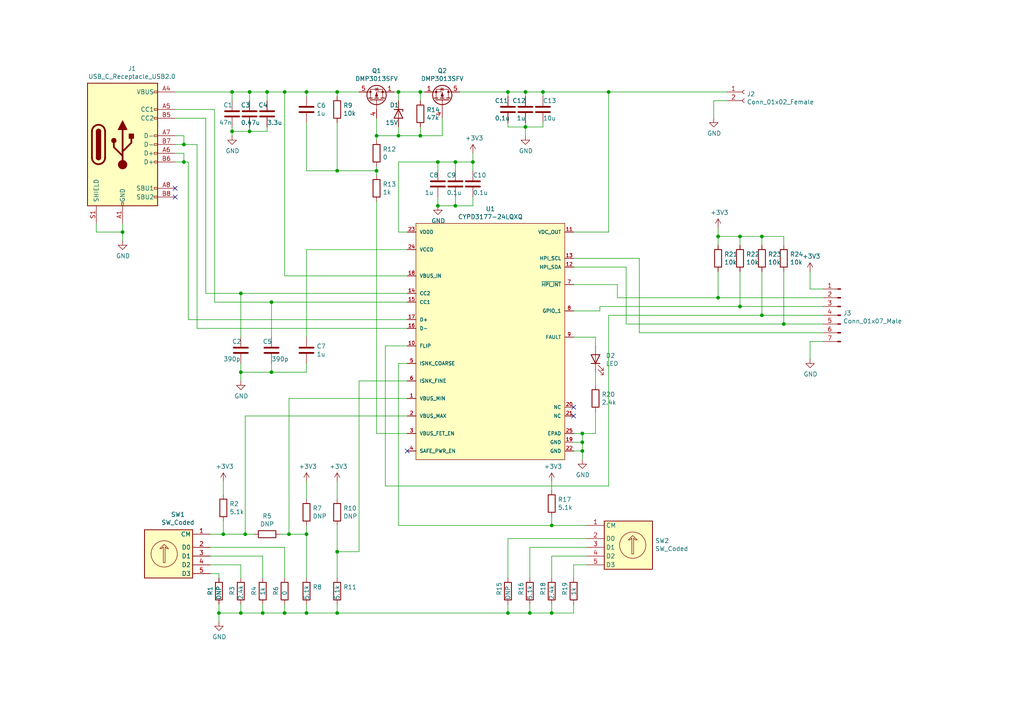
<source format=kicad_sch>
(kicad_sch (version 20211123) (generator eeschema)
  (paper "A4")
  (lib_symbols
    (symbol "Connector:Conn_01x02_Female" (pin_names (offset 1.016) hide)
      (property "Reference" "J" (at 0 2.54 0))
      (property "Value" "Conn_01x02_Female" (at 0 -5.08 0))
      (symbol "Conn_01x02_Female_1_1"
        (arc (start 0 -2.032) (mid -0.508 -2.54) (end 0 -3.048) (stroke (width 0.1524)))
        (polyline (pts (xy -1.27 -2.54) (xy -0.508 -2.54)) (stroke (width 0.1524)))
        (polyline (pts (xy -1.27 0) (xy -0.508 0)) (stroke (width 0.1524)))
        (arc (start 0 0.508) (mid -0.508 0) (end 0 -0.508) (stroke (width 0.1524)))
        (pin passive line (at -5.08 0 0) (length 3.81) (name "Pin_1") (number "1"))
        (pin passive line (at -5.08 -2.54 0) (length 3.81) (name "Pin_2") (number "2"))
      )
    )
    (symbol "Connector:Conn_01x07_Male" (pin_names (offset 1.016) hide)
      (property "Reference" "J" (at 0 10.16 0))
      (property "Value" "Conn_01x07_Male" (at 0 -10.16 0))
      (symbol "Conn_01x07_Male_1_1"
        (polyline (pts (xy 1.27 -7.62) (xy 0.8636 -7.62)) (stroke (width 0.1524)))
        (polyline (pts (xy 1.27 -5.08) (xy 0.8636 -5.08)) (stroke (width 0.1524)))
        (polyline (pts (xy 1.27 -2.54) (xy 0.8636 -2.54)) (stroke (width 0.1524)))
        (polyline (pts (xy 1.27 0) (xy 0.8636 0)) (stroke (width 0.1524)))
        (polyline (pts (xy 1.27 2.54) (xy 0.8636 2.54)) (stroke (width 0.1524)))
        (polyline (pts (xy 1.27 5.08) (xy 0.8636 5.08)) (stroke (width 0.1524)))
        (polyline (pts (xy 1.27 7.62) (xy 0.8636 7.62)) (stroke (width 0.1524)))
        (rectangle (start 0.8636 -7.493) (end 0 -7.747) (stroke (width 0.1524)) (fill (type outline)))
        (rectangle (start 0.8636 -4.953) (end 0 -5.207) (stroke (width 0.1524)) (fill (type outline)))
        (rectangle (start 0.8636 -2.413) (end 0 -2.667) (stroke (width 0.1524)) (fill (type outline)))
        (rectangle (start 0.8636 0.127) (end 0 -0.127) (stroke (width 0.1524)) (fill (type outline)))
        (rectangle (start 0.8636 2.667) (end 0 2.413) (stroke (width 0.1524)) (fill (type outline)))
        (rectangle (start 0.8636 5.207) (end 0 4.953) (stroke (width 0.1524)) (fill (type outline)))
        (rectangle (start 0.8636 7.747) (end 0 7.493) (stroke (width 0.1524)) (fill (type outline)))
        (pin passive line (at 5.08 7.62 180) (length 3.81) (name "Pin_1") (number "1"))
        (pin passive line (at 5.08 5.08 180) (length 3.81) (name "Pin_2") (number "2"))
        (pin passive line (at 5.08 2.54 180) (length 3.81) (name "Pin_3") (number "3"))
        (pin passive line (at 5.08 0 180) (length 3.81) (name "Pin_4") (number "4"))
        (pin passive line (at 5.08 -2.54 180) (length 3.81) (name "Pin_5") (number "5"))
        (pin passive line (at 5.08 -5.08 180) (length 3.81) (name "Pin_6") (number "6"))
        (pin passive line (at 5.08 -7.62 180) (length 3.81) (name "Pin_7") (number "7"))
      )
    )
    (symbol "Connector:USB_C_Receptacle_USB2.0" (pin_names (offset 1.016))
      (property "Reference" "J" (at -10.16 19.05 0))
      (property "Value" "USB_C_Receptacle_USB2.0" (at 19.05 19.05 0))
      (symbol "USB_C_Receptacle_USB2.0_0_0"
        (rectangle (start -0.254 -17.78) (end 0.254 -16.764))
        (rectangle (start 10.16 -14.986) (end 9.144 -15.494))
        (rectangle (start 10.16 -12.446) (end 9.144 -12.954))
        (rectangle (start 10.16 -4.826) (end 9.144 -5.334))
        (rectangle (start 10.16 -2.286) (end 9.144 -2.794))
        (rectangle (start 10.16 0.254) (end 9.144 -0.254))
        (rectangle (start 10.16 2.794) (end 9.144 2.286))
        (rectangle (start 10.16 7.874) (end 9.144 7.366))
        (rectangle (start 10.16 10.414) (end 9.144 9.906))
        (rectangle (start 10.16 15.494) (end 9.144 14.986))
      )
      (symbol "USB_C_Receptacle_USB2.0_0_1"
        (rectangle (start -10.16 17.78) (end 10.16 -17.78) (stroke (width 0.254)) (fill (type background)))
        (arc (start -8.89 -3.81) (mid -6.985 -5.715) (end -5.08 -3.81) (stroke (width 0.508)))
        (arc (start -7.62 -3.81) (mid -6.985 -4.445) (end -6.35 -3.81) (stroke (width 0.254)))
        (arc (start -7.62 -3.81) (mid -6.985 -4.445) (end -6.35 -3.81) (stroke (width 0.254)) (fill (type outline)))
        (rectangle (start -7.62 -3.81) (end -6.35 3.81) (stroke (width 0.254)) (fill (type outline)))
        (arc (start -6.35 3.81) (mid -6.985 4.445) (end -7.62 3.81) (stroke (width 0.254)))
        (arc (start -6.35 3.81) (mid -6.985 4.445) (end -7.62 3.81) (stroke (width 0.254)) (fill (type outline)))
        (arc (start -5.08 3.81) (mid -6.985 5.715) (end -8.89 3.81) (stroke (width 0.508)))
        (circle (center -2.54 1.143) (radius 0.635) (stroke (width 0.254)) (fill (type outline)))
        (circle (center 0 -5.842) (radius 1.27) (fill (type outline)))
        (polyline (pts (xy -8.89 -3.81) (xy -8.89 3.81)) (stroke (width 0.508)))
        (polyline (pts (xy -5.08 3.81) (xy -5.08 -3.81)) (stroke (width 0.508)))
        (polyline (pts (xy 0 -5.842) (xy 0 4.318)) (stroke (width 0.508)))
        (polyline (pts (xy 0 -3.302) (xy -2.54 -0.762) (xy -2.54 0.508)) (stroke (width 0.508)))
        (polyline (pts (xy 0 -2.032) (xy 2.54 0.508) (xy 2.54 1.778)) (stroke (width 0.508)))
        (polyline (pts (xy -1.27 4.318) (xy 0 6.858) (xy 1.27 4.318) (xy -1.27 4.318)) (stroke (width 0.254)) (fill (type outline)))
        (rectangle (start 1.905 1.778) (end 3.175 3.048) (stroke (width 0.254)) (fill (type outline)))
      )
      (symbol "USB_C_Receptacle_USB2.0_1_1"
        (pin passive line (at 0 -22.86 90) (length 5.08) (name "GND") (number "A1"))
        (pin passive line (at 0 -22.86 90) (length 5.08) hide (name "GND") (number "A12"))
        (pin passive line (at 15.24 15.24 180) (length 5.08) (name "VBUS") (number "A4"))
        (pin bidirectional line (at 15.24 10.16 180) (length 5.08) (name "CC1") (number "A5"))
        (pin bidirectional line (at 15.24 -2.54 180) (length 5.08) (name "D+") (number "A6"))
        (pin bidirectional line (at 15.24 2.54 180) (length 5.08) (name "D-") (number "A7"))
        (pin bidirectional line (at 15.24 -12.7 180) (length 5.08) (name "SBU1") (number "A8"))
        (pin passive line (at 15.24 15.24 180) (length 5.08) hide (name "VBUS") (number "A9"))
        (pin passive line (at 0 -22.86 90) (length 5.08) hide (name "GND") (number "B1"))
        (pin passive line (at 0 -22.86 90) (length 5.08) hide (name "GND") (number "B12"))
        (pin passive line (at 15.24 15.24 180) (length 5.08) hide (name "VBUS") (number "B4"))
        (pin bidirectional line (at 15.24 7.62 180) (length 5.08) (name "CC2") (number "B5"))
        (pin bidirectional line (at 15.24 -5.08 180) (length 5.08) (name "D+") (number "B6"))
        (pin bidirectional line (at 15.24 0 180) (length 5.08) (name "D-") (number "B7"))
        (pin bidirectional line (at 15.24 -15.24 180) (length 5.08) (name "SBU2") (number "B8"))
        (pin passive line (at 15.24 15.24 180) (length 5.08) hide (name "VBUS") (number "B9"))
        (pin passive line (at -7.62 -22.86 90) (length 5.08) (name "SHIELD") (number "S1"))
      )
    )
    (symbol "Device:C" (pin_numbers hide) (pin_names (offset 0.254))
      (property "Reference" "C" (at 0.635 2.54 0))
      (property "Value" "C" (at 0.635 -2.54 0))
      (symbol "C_0_1"
        (polyline (pts (xy -2.032 -0.762) (xy 2.032 -0.762)) (stroke (width 0.508)))
        (polyline (pts (xy -2.032 0.762) (xy 2.032 0.762)) (stroke (width 0.508)))
      )
      (symbol "C_1_1"
        (pin passive line (at 0 3.81 270) (length 2.794) (name "~") (number "1"))
        (pin passive line (at 0 -3.81 90) (length 2.794) (name "~") (number "2"))
      )
    )
    (symbol "Device:D_Zener" (pin_numbers hide) (pin_names (offset 1.016) hide)
      (property "Reference" "D" (at 0 2.54 0))
      (property "Value" "D_Zener" (at 0 -2.54 0))
      (symbol "D_Zener_0_1"
        (polyline (pts (xy 1.27 0) (xy -1.27 0)))
        (polyline (pts (xy -1.27 -1.27) (xy -1.27 1.27) (xy -0.762 1.27)) (stroke (width 0.254)))
        (polyline (pts (xy 1.27 -1.27) (xy 1.27 1.27) (xy -1.27 0) (xy 1.27 -1.27)) (stroke (width 0.254)))
      )
      (symbol "D_Zener_1_1"
        (pin passive line (at -3.81 0 0) (length 2.54) (name "K") (number "1"))
        (pin passive line (at 3.81 0 180) (length 2.54) (name "A") (number "2"))
      )
    )
    (symbol "Device:LED" (pin_numbers hide) (pin_names (offset 1.016) hide)
      (property "Reference" "D" (at 0 2.54 0))
      (property "Value" "LED" (at 0 -2.54 0))
      (symbol "LED_0_1"
        (polyline (pts (xy -1.27 -1.27) (xy -1.27 1.27)) (stroke (width 0.254)))
        (polyline (pts (xy -1.27 0) (xy 1.27 0)))
        (polyline (pts (xy 1.27 -1.27) (xy 1.27 1.27) (xy -1.27 0) (xy 1.27 -1.27)) (stroke (width 0.254)))
        (polyline (pts (xy -3.048 -0.762) (xy -4.572 -2.286) (xy -3.81 -2.286) (xy -4.572 -2.286) (xy -4.572 -1.524)))
        (polyline (pts (xy -1.778 -0.762) (xy -3.302 -2.286) (xy -2.54 -2.286) (xy -3.302 -2.286) (xy -3.302 -1.524)))
      )
      (symbol "LED_1_1"
        (pin passive line (at -3.81 0 0) (length 2.54) (name "K") (number "1"))
        (pin passive line (at 3.81 0 180) (length 2.54) (name "A") (number "2"))
      )
    )
    (symbol "Device:R" (pin_numbers hide) (pin_names (offset 0))
      (property "Reference" "R" (at 2.032 0 90))
      (property "Value" "R" (at 0 0 90))
      (symbol "R_0_1"
        (rectangle (start -1.016 -2.54) (end 1.016 2.54) (stroke (width 0.254)))
      )
      (symbol "R_1_1"
        (pin passive line (at 0 3.81 270) (length 1.27) (name "~") (number "1"))
        (pin passive line (at 0 -3.81 90) (length 1.27) (name "~") (number "2"))
      )
    )
    (symbol "Switch:SW_Coded"
      (property "Reference" "SW" (at -6.35 8.89 0))
      (property "Value" "SW_Coded" (at -6.35 -7.62 0))
      (symbol "SW_Coded_0_1"
        (circle (center -0.635 0.635) (radius 3.81))
        (polyline (pts (xy -0.889 -1.905) (xy -0.889 2.667) (xy -1.397 2.159) (xy -1.905 2.159) (xy -0.635 3.429) (xy 0.635 2.159) (xy 0.127 2.159) (xy -0.381 2.667) (xy -0.381 -1.905) (xy -0.889 -1.905) (xy -0.889 -1.905)))
        (rectangle (start 7.62 7.62) (end -6.35 -6.35) (stroke (width 0.254)) (fill (type background)))
      )
      (symbol "SW_Coded_1_1"
        (pin passive line (at 12.7 6.35 180) (length 5.08) (name "CM") (number "1"))
        (pin passive line (at 12.7 2.54 180) (length 5.08) (name "D0") (number "2"))
        (pin passive line (at 12.7 0 180) (length 5.08) (name "D1") (number "3"))
        (pin passive line (at 12.7 -2.54 180) (length 5.08) (name "D2") (number "4"))
        (pin passive line (at 12.7 -5.08 180) (length 5.08) (name "D3") (number "5"))
      )
    )
    (symbol "Transistor_FET:DMP3013SFV" (pin_names hide)
      (property "Reference" "Q" (at 5.08 1.905 0))
      (property "Value" "DMP3013SFV" (at 5.08 0 0))
      (symbol "DMP3013SFV_0_1"
        (polyline (pts (xy 0.254 0) (xy -2.54 0)))
        (polyline (pts (xy 0.254 1.905) (xy 0.254 -1.905)) (stroke (width 0.254)))
        (polyline (pts (xy 0.762 -1.27) (xy 0.762 -2.286)) (stroke (width 0.254)))
        (polyline (pts (xy 0.762 0.508) (xy 0.762 -0.508)) (stroke (width 0.254)))
        (polyline (pts (xy 0.762 2.286) (xy 0.762 1.27)) (stroke (width 0.254)))
        (polyline (pts (xy 2.54 2.54) (xy 2.54 1.778)))
        (polyline (pts (xy 2.54 -2.54) (xy 2.54 0) (xy 0.762 0)))
        (polyline (pts (xy 0.762 1.778) (xy 3.302 1.778) (xy 3.302 -1.778) (xy 0.762 -1.778)))
        (polyline (pts (xy 2.286 0) (xy 1.27 0.381) (xy 1.27 -0.381) (xy 2.286 0)) (fill (type outline)))
        (polyline (pts (xy 2.794 -0.508) (xy 2.921 -0.381) (xy 3.683 -0.381) (xy 3.81 -0.254)))
        (polyline (pts (xy 3.302 -0.381) (xy 2.921 0.254) (xy 3.683 0.254) (xy 3.302 -0.381)))
        (circle (center 1.651 0) (radius 2.794) (stroke (width 0.254)))
        (circle (center 2.54 -1.778) (radius 0.254) (fill (type outline)))
        (circle (center 2.54 1.778) (radius 0.254) (fill (type outline)))
      )
      (symbol "DMP3013SFV_1_1"
        (pin passive line (at 2.54 -5.08 90) (length 2.54) (name "S") (number "1"))
        (pin passive line (at 2.54 -5.08 90) (length 2.54) hide (name "S") (number "2"))
        (pin passive line (at 2.54 -5.08 90) (length 2.54) hide (name "S") (number "3"))
        (pin passive line (at -5.08 0 0) (length 2.54) (name "G") (number "4"))
        (pin passive line (at 2.54 5.08 270) (length 2.54) (name "D") (number "5"))
      )
    )
    (symbol "eec:CYPD3177-24LQXQ" (pin_names (offset 1.016))
      (property "Reference" "U" (at 0 5.08 0))
      (property "Value" "CYPD3177-24LQXQ" (at 0 7.62 0))
      (symbol "CYPD3177-24LQXQ_1_1"
        (rectangle (start 5.08 2.54) (end 48.26 -66.04) (fill (type background)))
        (pin passive line (at 2.54 -48.26 0) (length 2.54) (name "VBUS_MIN") (number "1"))
        (pin bidirectional line (at 2.54 -33.02 0) (length 2.54) (name "FLIP") (number "10"))
        (pin passive line (at 50.8 0 180) (length 2.54) (name "VDC_OUT") (number "11"))
        (pin bidirectional line (at 50.8 -10.16 180) (length 2.54) (name "HPI_SDA") (number "12"))
        (pin input line (at 50.8 -7.62 180) (length 2.54) (name "HPI_SCL") (number "13"))
        (pin passive line (at 2.54 -17.78 0) (length 2.54) (name "CC2") (number "14"))
        (pin passive line (at 2.54 -20.32 0) (length 2.54) (name "CC1") (number "15"))
        (pin bidirectional line (at 2.54 -27.94 0) (length 2.54) (name "D-") (number "16"))
        (pin bidirectional line (at 2.54 -25.4 0) (length 2.54) (name "D+") (number "17"))
        (pin power_in line (at 2.54 -12.7 0) (length 2.54) (name "VBUS_IN") (number "18"))
        (pin power_in line (at 50.8 -60.96 180) (length 2.54) (name "GND") (number "19"))
        (pin passive line (at 2.54 -53.34 0) (length 2.54) (name "VBUS_MAX") (number "2"))
        (pin passive line (at 50.8 -50.8 180) (length 2.54) (name "NC") (number "20"))
        (pin passive line (at 50.8 -53.34 180) (length 2.54) (name "NC") (number "21"))
        (pin power_in line (at 50.8 -63.5 180) (length 2.54) (name "GND") (number "22"))
        (pin power_in line (at 2.54 0 0) (length 2.54) (name "VDDD") (number "23"))
        (pin power_in line (at 2.54 -5.08 0) (length 2.54) (name "VCCD") (number "24"))
        (pin power_in line (at 50.8 -58.42 180) (length 2.54) (name "EPAD") (number "25"))
        (pin passive line (at 2.54 -58.42 0) (length 2.54) (name "VBUS_FET_EN") (number "3"))
        (pin passive line (at 2.54 -63.5 0) (length 2.54) (name "SAFE_PWR_EN") (number "4"))
        (pin passive line (at 2.54 -38.1 0) (length 2.54) (name "ISNK_COARSE") (number "5"))
        (pin passive line (at 2.54 -43.18 0) (length 2.54) (name "ISNK_FINE") (number "6"))
        (pin passive line (at 50.8 -15.24 180) (length 2.54) (name "~{HPI_INT}") (number "7"))
        (pin bidirectional line (at 50.8 -22.86 180) (length 2.54) (name "GPIO_1") (number "8"))
        (pin open_collector line (at 50.8 -30.48 180) (length 2.54) (name "FAULT") (number "9"))
      )
    )
    (symbol "power:+3.3V" (power) (pin_names (offset 0))
      (property "Value" "+3.3V" (at 0 3.556 0))
      (symbol "+3.3V_0_1"
        (polyline (pts (xy -0.762 1.27) (xy 0 2.54)))
        (polyline (pts (xy 0 0) (xy 0 2.54)))
        (polyline (pts (xy 0 2.54) (xy 0.762 1.27)))
      )
      (symbol "+3.3V_1_1"
        (pin power_in line (at 0 0 90) (length 0) hide (name "+3V3") (number "1"))
      )
    )
    (symbol "power:GND" (power) (pin_names (offset 0))
      (property "Value" "GND" (at 0 -3.81 0))
      (symbol "GND_0_1"
        (polyline (pts (xy 0 0) (xy 0 -1.27) (xy 1.27 -1.27) (xy 0 -2.54) (xy -1.27 -1.27) (xy 0 -1.27)))
      )
      (symbol "GND_1_1"
        (pin power_in line (at 0 0 270) (length 0) hide (name "GND") (number "1"))
      )
    )
  )
  (junction (at 97.79 26.67))
  (junction (at 168.91 128.27))
  (junction (at 152.4 36.83))
  (junction (at 69.85 85.09))
  (junction (at 109.22 49.53))
  (junction (at 147.32 26.67))
  (junction (at 67.31 26.67))
  (junction (at 53.34 41.91))
  (junction (at 220.98 68.58))
  (junction (at 72.39 26.67))
  (junction (at 115.57 26.67))
  (junction (at 157.48 26.67))
  (junction (at 88.9 177.8))
  (junction (at 168.91 125.73))
  (junction (at 97.79 49.53))
  (junction (at 82.55 26.67))
  (junction (at 160.02 177.8))
  (junction (at 78.74 87.63))
  (junction (at 160.02 152.4))
  (junction (at 97.79 160.02))
  (junction (at 115.57 39.37))
  (junction (at 78.74 107.95))
  (junction (at 127 46.99))
  (junction (at 147.32 177.8))
  (junction (at 214.63 88.9))
  (junction (at 109.22 39.37))
  (junction (at 220.98 91.44))
  (junction (at 63.5 177.8))
  (junction (at 67.31 38.1))
  (junction (at 121.92 26.67))
  (junction (at 227.33 93.98))
  (junction (at 69.85 107.95))
  (junction (at 88.9 26.67))
  (junction (at 71.12 154.94))
  (junction (at 82.55 177.8))
  (junction (at 64.77 154.94))
  (junction (at 53.34 46.99))
  (junction (at 121.92 39.37))
  (junction (at 35.56 67.31))
  (junction (at 208.28 68.58))
  (junction (at 153.67 177.8))
  (junction (at 132.08 59.69))
  (junction (at 176.53 26.67))
  (junction (at 214.63 68.58))
  (junction (at 132.08 46.99))
  (junction (at 208.28 86.36))
  (junction (at 77.47 26.67))
  (junction (at 152.4 26.67))
  (junction (at 168.91 130.81))
  (junction (at 69.85 177.8))
  (junction (at 83.82 154.94))
  (junction (at 137.16 46.99))
  (junction (at 72.39 38.1))
  (junction (at 127 59.69))
  (junction (at 97.79 177.8))
  (junction (at 76.2 177.8))
  (junction (at 88.9 154.94))
  (no_connect (at 50.8 57.15))
  (no_connect (at 166.37 120.65))
  (no_connect (at 166.37 118.11))
  (no_connect (at 118.11 130.81))
  (no_connect (at 50.8 54.61))
  (wire (pts (xy 185.42 74.93) (xy 185.42 96.52)))
  (wire (pts (xy 88.9 105.41) (xy 88.9 107.95)))
  (wire (pts (xy 88.9 35.56) (xy 88.9 49.53)))
  (wire (pts (xy 166.37 90.17) (xy 173.99 90.17)))
  (wire (pts (xy 181.61 77.47) (xy 181.61 93.98)))
  (wire (pts (xy 72.39 38.1) (xy 77.47 38.1)))
  (wire (pts (xy 160.02 152.4) (xy 115.57 152.4)))
  (wire (pts (xy 82.55 26.67) (xy 82.55 80.01)))
  (wire (pts (xy 160.02 177.8) (xy 166.37 177.8)))
  (wire (pts (xy 220.98 71.12) (xy 220.98 68.58)))
  (wire (pts (xy 78.74 87.63) (xy 118.11 87.63)))
  (wire (pts (xy 234.95 83.82) (xy 238.76 83.82)))
  (wire (pts (xy 166.37 128.27) (xy 168.91 128.27)))
  (wire (pts (xy 157.48 26.67) (xy 152.4 26.67)))
  (wire (pts (xy 115.57 152.4) (xy 115.57 105.41)))
  (wire (pts (xy 71.12 120.65) (xy 118.11 120.65)))
  (wire (pts (xy 208.28 66.04) (xy 208.28 68.58)))
  (wire (pts (xy 97.79 35.56) (xy 97.79 49.53)))
  (wire (pts (xy 60.96 158.75) (xy 82.55 158.75)))
  (wire (pts (xy 83.82 154.94) (xy 88.9 154.94)))
  (wire (pts (xy 115.57 36.83) (xy 115.57 39.37)))
  (wire (pts (xy 147.32 27.94) (xy 147.32 26.67)))
  (wire (pts (xy 170.18 152.4) (xy 160.02 152.4)))
  (wire (pts (xy 181.61 93.98) (xy 227.33 93.98)))
  (wire (pts (xy 62.23 31.75) (xy 62.23 87.63)))
  (wire (pts (xy 67.31 29.21) (xy 67.31 26.67)))
  (wire (pts (xy 170.18 161.29) (xy 160.02 161.29)))
  (wire (pts (xy 76.2 161.29) (xy 76.2 167.64)))
  (wire (pts (xy 115.57 46.99) (xy 127 46.99)))
  (wire (pts (xy 88.9 49.53) (xy 97.79 49.53)))
  (wire (pts (xy 234.95 78.74) (xy 234.95 83.82)))
  (wire (pts (xy 176.53 91.44) (xy 220.98 91.44)))
  (wire (pts (xy 82.55 177.8) (xy 82.55 175.26)))
  (wire (pts (xy 69.85 85.09) (xy 59.69 85.09)))
  (wire (pts (xy 214.63 68.58) (xy 220.98 68.58)))
  (wire (pts (xy 115.57 39.37) (xy 121.92 39.37)))
  (wire (pts (xy 137.16 44.45) (xy 137.16 46.99)))
  (wire (pts (xy 69.85 107.95) (xy 69.85 105.41)))
  (wire (pts (xy 78.74 107.95) (xy 69.85 107.95)))
  (wire (pts (xy 147.32 177.8) (xy 153.67 177.8)))
  (wire (pts (xy 157.48 35.56) (xy 157.48 36.83)))
  (wire (pts (xy 104.14 110.49) (xy 118.11 110.49)))
  (wire (pts (xy 54.61 46.99) (xy 54.61 92.71)))
  (wire (pts (xy 227.33 68.58) (xy 227.33 71.12)))
  (wire (pts (xy 67.31 26.67) (xy 72.39 26.67)))
  (wire (pts (xy 82.55 158.75) (xy 82.55 167.64)))
  (wire (pts (xy 59.69 85.09) (xy 59.69 34.29)))
  (wire (pts (xy 166.37 82.55) (xy 179.07 82.55)))
  (wire (pts (xy 73.66 154.94) (xy 71.12 154.94)))
  (wire (pts (xy 168.91 125.73) (xy 168.91 128.27)))
  (wire (pts (xy 118.11 85.09) (xy 69.85 85.09)))
  (wire (pts (xy 97.79 177.8) (xy 147.32 177.8)))
  (wire (pts (xy 176.53 140.97) (xy 176.53 91.44)))
  (wire (pts (xy 97.79 27.94) (xy 97.79 26.67)))
  (wire (pts (xy 64.77 154.94) (xy 71.12 154.94)))
  (wire (pts (xy 77.47 38.1) (xy 77.47 36.83)))
  (wire (pts (xy 147.32 156.21) (xy 147.32 167.64)))
  (wire (pts (xy 83.82 115.57) (xy 118.11 115.57)))
  (wire (pts (xy 104.14 160.02) (xy 104.14 110.49)))
  (wire (pts (xy 60.96 161.29) (xy 76.2 161.29)))
  (wire (pts (xy 67.31 38.1) (xy 67.31 36.83)))
  (wire (pts (xy 210.82 26.67) (xy 176.53 26.67)))
  (wire (pts (xy 127 46.99) (xy 127 49.53)))
  (wire (pts (xy 173.99 88.9) (xy 214.63 88.9)))
  (wire (pts (xy 153.67 177.8) (xy 160.02 177.8)))
  (wire (pts (xy 118.11 67.31) (xy 115.57 67.31)))
  (wire (pts (xy 137.16 46.99) (xy 137.16 49.53)))
  (wire (pts (xy 227.33 78.74) (xy 227.33 93.98)))
  (wire (pts (xy 53.34 46.99) (xy 54.61 46.99)))
  (wire (pts (xy 160.02 161.29) (xy 160.02 167.64)))
  (wire (pts (xy 185.42 96.52) (xy 238.76 96.52)))
  (wire (pts (xy 97.79 139.7) (xy 97.79 144.78)))
  (wire (pts (xy 176.53 26.67) (xy 157.48 26.67)))
  (wire (pts (xy 63.5 177.8) (xy 69.85 177.8)))
  (wire (pts (xy 214.63 68.58) (xy 214.63 71.12)))
  (wire (pts (xy 118.11 100.33) (xy 111.76 100.33)))
  (wire (pts (xy 62.23 87.63) (xy 78.74 87.63)))
  (wire (pts (xy 53.34 41.91) (xy 50.8 41.91)))
  (wire (pts (xy 109.22 39.37) (xy 115.57 39.37)))
  (wire (pts (xy 179.07 86.36) (xy 208.28 86.36)))
  (wire (pts (xy 88.9 27.94) (xy 88.9 26.67)))
  (wire (pts (xy 109.22 39.37) (xy 109.22 40.64)))
  (wire (pts (xy 53.34 46.99) (xy 53.34 44.45)))
  (wire (pts (xy 172.72 119.38) (xy 172.72 125.73)))
  (wire (pts (xy 152.4 36.83) (xy 147.32 36.83)))
  (wire (pts (xy 64.77 143.51) (xy 64.77 139.7)))
  (wire (pts (xy 60.96 166.37) (xy 63.5 166.37)))
  (wire (pts (xy 170.18 156.21) (xy 147.32 156.21)))
  (wire (pts (xy 67.31 38.1) (xy 72.39 38.1)))
  (wire (pts (xy 166.37 67.31) (xy 176.53 67.31)))
  (wire (pts (xy 88.9 177.8) (xy 97.79 177.8)))
  (wire (pts (xy 115.57 29.21) (xy 115.57 26.67)))
  (wire (pts (xy 238.76 99.06) (xy 234.95 99.06)))
  (wire (pts (xy 152.4 39.37) (xy 152.4 36.83)))
  (wire (pts (xy 35.56 67.31) (xy 35.56 64.77)))
  (wire (pts (xy 176.53 67.31) (xy 176.53 26.67)))
  (wire (pts (xy 88.9 107.95) (xy 78.74 107.95)))
  (wire (pts (xy 152.4 26.67) (xy 147.32 26.67)))
  (wire (pts (xy 220.98 91.44) (xy 238.76 91.44)))
  (wire (pts (xy 220.98 68.58) (xy 227.33 68.58)))
  (wire (pts (xy 53.34 41.91) (xy 57.15 41.91)))
  (wire (pts (xy 57.15 95.25) (xy 118.11 95.25)))
  (wire (pts (xy 50.8 39.37) (xy 53.34 39.37)))
  (wire (pts (xy 166.37 130.81) (xy 168.91 130.81)))
  (wire (pts (xy 77.47 29.21) (xy 77.47 26.67)))
  (wire (pts (xy 97.79 160.02) (xy 97.79 167.64)))
  (wire (pts (xy 97.79 49.53) (xy 109.22 49.53)))
  (wire (pts (xy 82.55 80.01) (xy 118.11 80.01)))
  (wire (pts (xy 166.37 167.64) (xy 166.37 163.83)))
  (wire (pts (xy 88.9 97.79) (xy 88.9 72.39)))
  (wire (pts (xy 234.95 99.06) (xy 234.95 104.14)))
  (wire (pts (xy 127 59.69) (xy 132.08 59.69)))
  (wire (pts (xy 157.48 36.83) (xy 152.4 36.83)))
  (wire (pts (xy 227.33 93.98) (xy 238.76 93.98)))
  (wire (pts (xy 69.85 163.83) (xy 69.85 167.64)))
  (wire (pts (xy 88.9 154.94) (xy 88.9 152.4)))
  (wire (pts (xy 60.96 163.83) (xy 69.85 163.83)))
  (wire (pts (xy 207.01 29.21) (xy 207.01 34.29)))
  (wire (pts (xy 97.79 160.02) (xy 104.14 160.02)))
  (wire (pts (xy 132.08 46.99) (xy 137.16 46.99)))
  (wire (pts (xy 179.07 82.55) (xy 179.07 86.36)))
  (wire (pts (xy 166.37 77.47) (xy 181.61 77.47)))
  (wire (pts (xy 53.34 39.37) (xy 53.34 41.91)))
  (wire (pts (xy 97.79 26.67) (xy 104.14 26.67)))
  (wire (pts (xy 147.32 26.67) (xy 133.35 26.67)))
  (wire (pts (xy 60.96 154.94) (xy 64.77 154.94)))
  (wire (pts (xy 153.67 167.64) (xy 153.67 158.75)))
  (wire (pts (xy 83.82 154.94) (xy 83.82 115.57)))
  (wire (pts (xy 173.99 90.17) (xy 173.99 88.9)))
  (wire (pts (xy 76.2 177.8) (xy 82.55 177.8)))
  (wire (pts (xy 127 57.15) (xy 127 59.69)))
  (wire (pts (xy 208.28 86.36) (xy 238.76 86.36)))
  (wire (pts (xy 172.72 97.79) (xy 172.72 100.33)))
  (wire (pts (xy 109.22 125.73) (xy 118.11 125.73)))
  (wire (pts (xy 88.9 167.64) (xy 88.9 154.94)))
  (wire (pts (xy 72.39 29.21) (xy 72.39 26.67)))
  (wire (pts (xy 127 46.99) (xy 132.08 46.99)))
  (wire (pts (xy 88.9 72.39) (xy 118.11 72.39)))
  (wire (pts (xy 27.94 67.31) (xy 27.94 64.77)))
  (wire (pts (xy 208.28 68.58) (xy 208.28 71.12)))
  (wire (pts (xy 172.72 125.73) (xy 168.91 125.73)))
  (wire (pts (xy 57.15 41.91) (xy 57.15 95.25)))
  (wire (pts (xy 109.22 49.53) (xy 109.22 50.8)))
  (wire (pts (xy 166.37 74.93) (xy 185.42 74.93)))
  (wire (pts (xy 76.2 177.8) (xy 76.2 175.26)))
  (wire (pts (xy 82.55 177.8) (xy 88.9 177.8)))
  (wire (pts (xy 160.02 152.4) (xy 160.02 149.86)))
  (wire (pts (xy 69.85 97.79) (xy 69.85 85.09)))
  (wire (pts (xy 132.08 59.69) (xy 132.08 57.15)))
  (wire (pts (xy 220.98 78.74) (xy 220.98 91.44)))
  (wire (pts (xy 69.85 177.8) (xy 76.2 177.8)))
  (wire (pts (xy 128.27 39.37) (xy 128.27 34.29)))
  (wire (pts (xy 214.63 88.9) (xy 238.76 88.9)))
  (wire (pts (xy 166.37 125.73) (xy 168.91 125.73)))
  (wire (pts (xy 78.74 105.41) (xy 78.74 107.95)))
  (wire (pts (xy 69.85 110.49) (xy 69.85 107.95)))
  (wire (pts (xy 54.61 92.71) (xy 118.11 92.71)))
  (wire (pts (xy 137.16 59.69) (xy 137.16 57.15)))
  (wire (pts (xy 111.76 100.33) (xy 111.76 140.97)))
  (wire (pts (xy 77.47 26.67) (xy 82.55 26.67)))
  (wire (pts (xy 97.79 175.26) (xy 97.79 177.8)))
  (wire (pts (xy 153.67 158.75) (xy 170.18 158.75)))
  (wire (pts (xy 53.34 44.45) (xy 50.8 44.45)))
  (wire (pts (xy 50.8 46.99) (xy 53.34 46.99)))
  (wire (pts (xy 210.82 29.21) (xy 207.01 29.21)))
  (wire (pts (xy 97.79 152.4) (xy 97.79 160.02)))
  (wire (pts (xy 114.3 26.67) (xy 115.57 26.67)))
  (wire (pts (xy 88.9 177.8) (xy 88.9 175.26)))
  (wire (pts (xy 153.67 175.26) (xy 153.67 177.8)))
  (wire (pts (xy 109.22 58.42) (xy 109.22 125.73)))
  (wire (pts (xy 160.02 175.26) (xy 160.02 177.8)))
  (wire (pts (xy 115.57 67.31) (xy 115.57 46.99)))
  (wire (pts (xy 71.12 154.94) (xy 71.12 120.65)))
  (wire (pts (xy 214.63 78.74) (xy 214.63 88.9)))
  (wire (pts (xy 121.92 36.83) (xy 121.92 39.37)))
  (wire (pts (xy 82.55 26.67) (xy 88.9 26.67)))
  (wire (pts (xy 172.72 107.95) (xy 172.72 111.76)))
  (wire (pts (xy 168.91 130.81) (xy 168.91 133.35)))
  (wire (pts (xy 67.31 39.37) (xy 67.31 38.1)))
  (wire (pts (xy 115.57 105.41) (xy 118.11 105.41)))
  (wire (pts (xy 63.5 166.37) (xy 63.5 167.64)))
  (wire (pts (xy 111.76 140.97) (xy 176.53 140.97)))
  (wire (pts (xy 63.5 177.8) (xy 63.5 175.26)))
  (wire (pts (xy 35.56 67.31) (xy 27.94 67.31)))
  (wire (pts (xy 115.57 26.67) (xy 121.92 26.67)))
  (wire (pts (xy 72.39 38.1) (xy 72.39 36.83)))
  (wire (pts (xy 168.91 128.27) (xy 168.91 130.81)))
  (wire (pts (xy 35.56 69.85) (xy 35.56 67.31)))
  (wire (pts (xy 160.02 139.7) (xy 160.02 142.24)))
  (wire (pts (xy 50.8 26.67) (xy 67.31 26.67)))
  (wire (pts (xy 132.08 46.99) (xy 132.08 49.53)))
  (wire (pts (xy 88.9 26.67) (xy 97.79 26.67)))
  (wire (pts (xy 121.92 26.67) (xy 121.92 29.21)))
  (wire (pts (xy 152.4 26.67) (xy 152.4 27.94)))
  (wire (pts (xy 147.32 175.26) (xy 147.32 177.8)))
  (wire (pts (xy 69.85 177.8) (xy 69.85 175.26)))
  (wire (pts (xy 166.37 163.83) (xy 170.18 163.83)))
  (wire (pts (xy 157.48 27.94) (xy 157.48 26.67)))
  (wire (pts (xy 121.92 26.67) (xy 123.19 26.67)))
  (wire (pts (xy 64.77 154.94) (xy 64.77 151.13)))
  (wire (pts (xy 166.37 177.8) (xy 166.37 175.26)))
  (wire (pts (xy 166.37 97.79) (xy 172.72 97.79)))
  (wire (pts (xy 50.8 31.75) (xy 62.23 31.75)))
  (wire (pts (xy 147.32 36.83) (xy 147.32 35.56)))
  (wire (pts (xy 208.28 78.74) (xy 208.28 86.36)))
  (wire (pts (xy 81.28 154.94) (xy 83.82 154.94)))
  (wire (pts (xy 121.92 39.37) (xy 128.27 39.37)))
  (wire (pts (xy 208.28 68.58) (xy 214.63 68.58)))
  (wire (pts (xy 109.22 34.29) (xy 109.22 39.37)))
  (wire (pts (xy 109.22 49.53) (xy 109.22 48.26)))
  (wire (pts (xy 132.08 59.69) (xy 137.16 59.69)))
  (wire (pts (xy 59.69 34.29) (xy 50.8 34.29)))
  (wire (pts (xy 152.4 35.56) (xy 152.4 36.83)))
  (wire (pts (xy 63.5 180.34) (xy 63.5 177.8)))
  (wire (pts (xy 88.9 144.78) (xy 88.9 139.7)))
  (wire (pts (xy 78.74 97.79) (xy 78.74 87.63)))
  (wire (pts (xy 72.39 26.67) (xy 77.47 26.67)))
  (symbol (lib_id "Connector:USB_C_Receptacle_USB2.0") (at 35.56 41.91 0) (unit 1)
    (property "Reference" "J1" (at 38.2778 19.8882 0))
    (property "Value" "USB_C_Receptacle_USB2.0" (at 38.2778 22.1996 0))
    (property "Footprint" "Connector_USB:USB_C_Receptacle_XKB_U262-16XN-4BVC11" (effects hide))
    (property "Datasheet" "https://www.usb.org/sites/default/files/documents/usb_type-c.zip" (effects hide))
  )
  (symbol (lib_id "eec:CYPD3177-24LQXQ") (at 115.57 67.31 0) (unit 1)
    (property "Reference" "U1" (at 142.24 60.579 0))
    (property "Value" "CYPD3177-24LQXQ" (at 142.24 62.8904 0))
    (property "Footprint" "CYPD3177-24LQXQ:Cypress_Semiconductor-002-16934-0-C-IPC_C" (effects hide))
    (property "Datasheet" "https://www.cypress.com/file/460416/download" (effects hide))
    (property "ambient temperature range high" "+105°C" (effects hide))
    (property "ambient temperature range low" "-40°C" (effects hide))
    (property "automotive" "No" (effects hide))
    (property "category" "IC" (effects hide))
    (property "device class L1" "Integrated Circuits (ICs)" (effects hide))
    (property "device class L2" "Interface ICs" (effects hide))
    (property "device class L3" "USB Interface ICs" (effects hide))
    (property "digikey description" "IC USB TYPE-C PORT CONTROL 24QFN" (effects hide))
    (property "digikey part number" "428-4652-ND" (effects hide))
    (property "height" "0.6mm" (effects hide))
    (property "interface" "I2C,USB" (effects hide))
    (property "ipc land pattern name" "QFN50P400X400X60-24" (effects hide))
    (property "lead free" "Yes" (effects hide))
    (property "library id" "fccc3b7104efadc5" (effects hide))
    (property "manufacturer" "Cypress Semiconductor" (effects hide))
    (property "max junction temp" "+120°C" (effects hide))
    (property "max supply voltage" "24.5V" (effects hide))
    (property "min supply voltage" "1.8V" (effects hide))
    (property "mouser description" "USB 3 V 24 MHz surface Mount Type-C Port Controller - QFN-24" (effects hide))
    (property "mouser part number" "727-CYPD3177-24LQXQ" (effects hide))
    (property "number of ports" "1" (effects hide))
    (property "package" "QFN24" (effects hide))
    (property "rohs" "Yes" (effects hide))
    (property "standoff height" "0mm" (effects hide))
    (property "temperature range high" "+120°C" (effects hide))
    (property "temperature range low" "-40°C" (effects hide))
    (property "usb standard" "USB 3.0" (effects hide))
  )
  (symbol (lib_id "Switch:SW_Coded") (at 48.26 161.29 0) (unit 1)
    (property "Reference" "SW1" (at 51.6128 149.225 0))
    (property "Value" "SW_Coded" (at 51.6128 151.5364 0))
    (property "Footprint" "Button_Switch_SMD:Nidec_Copal_SH-7010B" (effects hide))
  )
  (symbol (lib_id "Switch:SW_Coded") (at 182.88 158.75 0) (mirror y) (unit 1)
    (property "Reference" "SW2" (at 189.992 156.845 0) (effects (justify right)))
    (property "Value" "SW_Coded" (at 189.992 159.1564 0) (effects (justify right)))
    (property "Footprint" "Button_Switch_SMD:Nidec_Copal_SH-7010B" (effects hide))
  )
  (symbol (lib_id "Transistor_FET:DMP3013SFV") (at 109.22 29.21 90) (unit 1)
    (property "Reference" "Q1" (at 109.22 20.5232 90))
    (property "Value" "DMP3013SFV" (at 109.22 22.8346 90))
    (property "Footprint" "Package_SON:Diodes_PowerDI3333-8" (effects hide))
    (property "Datasheet" "https://www.diodes.com/assets/Datasheets/DMP3013SFV.pdf" (effects hide))
  )
  (symbol (lib_id "Transistor_FET:DMP3013SFV") (at 128.27 29.21 270) (mirror x) (unit 1)
    (property "Reference" "Q2" (at 128.27 20.5232 90))
    (property "Value" "DMP3013SFV" (at 128.27 22.8346 90))
    (property "Footprint" "Package_SON:Diodes_PowerDI3333-8" (effects hide))
    (property "Datasheet" "https://www.diodes.com/assets/Datasheets/DMP3013SFV.pdf" (effects hide))
  )
  (symbol (lib_id "Device:C") (at 67.31 33.02 0) (unit 1)
    (property "Reference" "C1" (at 64.77 30.48 0) (effects (justify left)))
    (property "Value" "47n" (at 63.5 35.56 0) (effects (justify left)))
    (property "Footprint" "Capacitor_SMD:C_0603_1608Metric" (effects hide))
  )
  (symbol (lib_id "Device:C") (at 72.39 33.02 0) (unit 1)
    (property "Reference" "C3" (at 69.85 30.48 0) (effects (justify left)))
    (property "Value" "0.47u" (at 69.85 35.56 0) (effects (justify left)))
    (property "Footprint" "Capacitor_SMD:C_0603_1608Metric" (effects hide))
  )
  (symbol (lib_id "Device:C") (at 77.47 33.02 0) (unit 1)
    (property "Reference" "C4" (at 74.93 30.48 0) (effects (justify left)))
    (property "Value" "3.3u" (at 77.47 35.56 0) (effects (justify left)))
    (property "Footprint" "Capacitor_SMD:C_0603_1608Metric" (effects hide))
  )
  (symbol (lib_id "power:GND") (at 67.31 39.37 0) (unit 1)
    (property "Reference" "#PWR04" (effects hide))
    (property "Value" "GND" (at 67.437 43.7642 0))
  )
  (symbol (lib_id "Device:D_Zener") (at 115.57 33.02 270) (unit 1)
    (property "Reference" "D1" (at 113.03 30.48 90) (effects (justify left)))
    (property "Value" "15V" (at 111.76 35.56 90) (effects (justify left)))
  )
  (symbol (lib_id "Device:R") (at 121.92 33.02 0) (unit 1)
    (property "Reference" "R14" (at 123.698 31.8516 0) (effects (justify left)))
    (property "Value" "47k" (at 123.698 34.163 0) (effects (justify left)))
  )
  (symbol (lib_id "Device:R") (at 109.22 44.45 0) (unit 1)
    (property "Reference" "R12" (at 110.998 43.2816 0) (effects (justify left)))
    (property "Value" "0" (at 110.998 45.593 0) (effects (justify left)))
  )
  (symbol (lib_id "Device:R") (at 109.22 54.61 0) (unit 1)
    (property "Reference" "R13" (at 110.998 53.4416 0) (effects (justify left)))
    (property "Value" "1k" (at 110.998 55.753 0) (effects (justify left)))
  )
  (symbol (lib_id "Device:C") (at 88.9 31.75 0) (unit 1)
    (property "Reference" "C6" (at 91.821 30.5816 0) (effects (justify left)))
    (property "Value" "1u" (at 91.821 32.893 0) (effects (justify left)))
    (property "Footprint" "Capacitor_SMD:C_0603_1608Metric" (effects hide))
  )
  (symbol (lib_id "Device:R") (at 97.79 31.75 0) (unit 1)
    (property "Reference" "R9" (at 99.568 30.5816 0) (effects (justify left)))
    (property "Value" "10k" (at 99.568 32.893 0) (effects (justify left)))
  )
  (symbol (lib_id "power:GND") (at 35.56 69.85 0) (unit 1)
    (property "Reference" "#PWR01" (effects hide))
    (property "Value" "GND" (at 35.687 74.2442 0))
  )
  (symbol (lib_id "Device:C") (at 69.85 101.6 0) (unit 1)
    (property "Reference" "C2" (at 67.31 99.06 0) (effects (justify left)))
    (property "Value" "390p" (at 64.77 104.14 0) (effects (justify left)))
    (property "Footprint" "Capacitor_SMD:C_0603_1608Metric" (effects hide))
  )
  (symbol (lib_id "Device:C") (at 78.74 101.6 0) (unit 1)
    (property "Reference" "C5" (at 76.2 99.06 0) (effects (justify left)))
    (property "Value" "390p" (at 78.74 104.14 0) (effects (justify left)))
    (property "Footprint" "Capacitor_SMD:C_0603_1608Metric" (effects hide))
  )
  (symbol (lib_id "power:GND") (at 69.85 110.49 0) (unit 1)
    (property "Reference" "#PWR05" (effects hide))
    (property "Value" "GND" (at 69.977 114.8842 0))
  )
  (symbol (lib_id "Device:C") (at 88.9 101.6 0) (unit 1)
    (property "Reference" "C7" (at 91.821 100.4316 0) (effects (justify left)))
    (property "Value" "1u" (at 91.821 102.743 0) (effects (justify left)))
    (property "Footprint" "Capacitor_SMD:C_0603_1608Metric" (effects hide))
  )
  (symbol (lib_id "Device:C") (at 127 53.34 0) (unit 1)
    (property "Reference" "C8" (at 124.46 50.8 0) (effects (justify left)))
    (property "Value" "1u" (at 123.19 55.88 0) (effects (justify left)))
    (property "Footprint" "Capacitor_SMD:C_0603_1608Metric" (effects hide))
  )
  (symbol (lib_id "Device:C") (at 132.08 53.34 0) (unit 1)
    (property "Reference" "C9" (at 129.54 50.8 0) (effects (justify left)))
    (property "Value" "0.1u" (at 129.54 55.88 0) (effects (justify left)))
    (property "Footprint" "Capacitor_SMD:C_0603_1608Metric" (effects hide))
  )
  (symbol (lib_id "Device:C") (at 137.16 53.34 0) (unit 1)
    (property "Reference" "C10" (at 137.16 50.8 0) (effects (justify left)))
    (property "Value" "0.1u" (at 137.16 55.88 0) (effects (justify left)))
    (property "Footprint" "Capacitor_SMD:C_0603_1608Metric" (effects hide))
  )
  (symbol (lib_id "power:GND") (at 127 59.69 0) (unit 1)
    (property "Reference" "#PWR08" (effects hide))
    (property "Value" "GND" (at 127.127 64.0842 0))
  )
  (symbol (lib_id "power:+3.3V") (at 137.16 44.45 0) (unit 1)
    (property "Reference" "#PWR09" (effects hide))
    (property "Value" "+3.3V" (at 137.541 40.0558 0))
  )
  (symbol (lib_id "Device:C") (at 147.32 31.75 0) (unit 1)
    (property "Reference" "C11" (at 143.51 29.21 0) (effects (justify left)))
    (property "Value" "0.1u" (at 143.51 34.29 0) (effects (justify left)))
    (property "Footprint" "Capacitor_SMD:C_0603_1608Metric" (effects hide))
  )
  (symbol (lib_id "Device:C") (at 152.4 31.75 0) (unit 1)
    (property "Reference" "C12" (at 148.59 29.21 0) (effects (justify left)))
    (property "Value" "1u" (at 149.86 34.29 0) (effects (justify left)))
    (property "Footprint" "Capacitor_SMD:C_0603_1608Metric" (effects hide))
  )
  (symbol (lib_id "Device:C") (at 157.48 31.75 0) (unit 1)
    (property "Reference" "C13" (at 157.48 29.21 0) (effects (justify left)))
    (property "Value" "10u" (at 157.48 34.29 0) (effects (justify left)))
    (property "Footprint" "Capacitor_SMD:C_0603_1608Metric" (effects hide))
  )
  (symbol (lib_id "power:GND") (at 152.4 39.37 0) (unit 1)
    (property "Reference" "#PWR010" (effects hide))
    (property "Value" "GND" (at 152.527 43.7642 0))
  )
  (symbol (lib_id "power:GND") (at 168.91 133.35 0) (unit 1)
    (property "Reference" "#PWR012" (effects hide))
    (property "Value" "GND" (at 169.037 137.7442 0))
  )
  (symbol (lib_id "power:+3.3V") (at 64.77 139.7 0) (unit 1)
    (property "Reference" "#PWR03" (effects hide))
    (property "Value" "+3.3V" (at 65.151 135.3058 0))
  )
  (symbol (lib_id "Device:R") (at 64.77 147.32 0) (unit 1)
    (property "Reference" "R2" (at 66.548 146.1516 0) (effects (justify left)))
    (property "Value" "5.1k" (at 66.548 148.463 0) (effects (justify left)))
  )
  (symbol (lib_id "Device:R") (at 63.5 171.45 0) (unit 1)
    (property "Reference" "R1" (at 60.96 172.72 90) (effects (justify left)))
    (property "Value" "DNP" (at 63.5 173.99 90) (effects (justify left)))
  )
  (symbol (lib_id "Device:R") (at 69.85 171.45 0) (unit 1)
    (property "Reference" "R3" (at 67.31 172.72 90) (effects (justify left)))
    (property "Value" "2.4k" (at 69.85 173.99 90) (effects (justify left)))
  )
  (symbol (lib_id "Device:R") (at 76.2 171.45 0) (unit 1)
    (property "Reference" "R4" (at 73.66 172.72 90) (effects (justify left)))
    (property "Value" "1k" (at 76.2 172.72 90) (effects (justify left)))
  )
  (symbol (lib_id "Device:R") (at 82.55 171.45 0) (unit 1)
    (property "Reference" "R6" (at 80.01 172.72 90) (effects (justify left)))
    (property "Value" "0" (at 82.55 172.72 90) (effects (justify left)))
  )
  (symbol (lib_id "power:GND") (at 63.5 180.34 0) (unit 1)
    (property "Reference" "#PWR02" (effects hide))
    (property "Value" "GND" (at 63.627 184.7342 0))
  )
  (symbol (lib_id "Device:R") (at 88.9 148.59 0) (unit 1)
    (property "Reference" "R7" (at 90.678 147.4216 0) (effects (justify left)))
    (property "Value" "DNP" (at 90.678 149.733 0) (effects (justify left)))
  )
  (symbol (lib_id "power:+3.3V") (at 88.9 139.7 0) (unit 1)
    (property "Reference" "#PWR06" (effects hide))
    (property "Value" "+3.3V" (at 89.281 135.3058 0))
  )
  (symbol (lib_id "Device:R") (at 88.9 171.45 0) (unit 1)
    (property "Reference" "R8" (at 90.678 170.2816 0) (effects (justify left)))
    (property "Value" "5.1k" (at 88.9 173.99 90) (effects (justify left)))
  )
  (symbol (lib_id "Device:R") (at 77.47 154.94 270) (unit 1)
    (property "Reference" "R5" (at 77.47 149.6822 90))
    (property "Value" "DNP" (at 77.47 151.9936 90))
  )
  (symbol (lib_id "power:+3.3V") (at 160.02 139.7 0) (unit 1)
    (property "Reference" "#PWR011" (effects hide))
    (property "Value" "+3.3V" (at 160.401 135.3058 0))
  )
  (symbol (lib_id "Device:R") (at 160.02 146.05 0) (unit 1)
    (property "Reference" "R17" (at 161.798 144.8816 0) (effects (justify left)))
    (property "Value" "5.1k" (at 161.798 147.193 0) (effects (justify left)))
  )
  (symbol (lib_id "power:+3.3V") (at 97.79 139.7 0) (unit 1)
    (property "Reference" "#PWR07" (effects hide))
    (property "Value" "+3.3V" (at 98.171 135.3058 0))
  )
  (symbol (lib_id "Device:R") (at 97.79 148.59 0) (unit 1)
    (property "Reference" "R10" (at 99.568 147.4216 0) (effects (justify left)))
    (property "Value" "DNP" (at 99.568 149.733 0) (effects (justify left)))
  )
  (symbol (lib_id "Device:R") (at 97.79 171.45 0) (unit 1)
    (property "Reference" "R11" (at 99.568 170.2816 0) (effects (justify left)))
    (property "Value" "5.1k" (at 97.79 173.99 90) (effects (justify left)))
  )
  (symbol (lib_id "Device:R") (at 166.37 171.45 0) (unit 1)
    (property "Reference" "R19" (at 163.83 172.72 90) (effects (justify left)))
    (property "Value" "1k" (at 166.37 172.72 90) (effects (justify left)))
  )
  (symbol (lib_id "Device:R") (at 160.02 171.45 0) (unit 1)
    (property "Reference" "R18" (at 157.48 172.72 90) (effects (justify left)))
    (property "Value" "2.4k" (at 160.02 173.99 90) (effects (justify left)))
  )
  (symbol (lib_id "Device:R") (at 153.67 171.45 0) (unit 1)
    (property "Reference" "R16" (at 151.13 172.72 90) (effects (justify left)))
    (property "Value" "5.1k" (at 153.67 173.99 90) (effects (justify left)))
  )
  (symbol (lib_id "Device:R") (at 147.32 171.45 0) (unit 1)
    (property "Reference" "R15" (at 144.78 172.72 90) (effects (justify left)))
    (property "Value" "DNP" (at 147.32 173.99 90) (effects (justify left)))
  )
  (symbol (lib_id "Connector:Conn_01x07_Male") (at 243.84 91.44 0) (mirror y) (unit 1)
    (property "Reference" "J3" (at 244.5512 90.8304 0) (effects (justify right)))
    (property "Value" "Conn_01x07_Male" (at 244.5512 93.1418 0) (effects (justify right)))
  )
  (symbol (lib_id "power:+3.3V") (at 234.95 78.74 0) (unit 1)
    (property "Reference" "#PWR015" (effects hide))
    (property "Value" "+3.3V" (at 235.331 74.3458 0))
  )
  (symbol (lib_id "power:GND") (at 234.95 104.14 0) (unit 1)
    (property "Reference" "#PWR016" (effects hide))
    (property "Value" "GND" (at 235.077 108.5342 0))
  )
  (symbol (lib_id "Device:R") (at 227.33 74.93 0) (unit 1)
    (property "Reference" "R24" (at 229.108 73.7616 0) (effects (justify left)))
    (property "Value" "10k" (at 229.108 76.073 0) (effects (justify left)))
  )
  (symbol (lib_id "Device:R") (at 220.98 74.93 0) (unit 1)
    (property "Reference" "R23" (at 222.758 73.7616 0) (effects (justify left)))
    (property "Value" "10k" (at 222.758 76.073 0) (effects (justify left)))
  )
  (symbol (lib_id "Device:R") (at 214.63 74.93 0) (unit 1)
    (property "Reference" "R22" (at 216.408 73.7616 0) (effects (justify left)))
    (property "Value" "10k" (at 216.408 76.073 0) (effects (justify left)))
  )
  (symbol (lib_id "Device:R") (at 208.28 74.93 0) (unit 1)
    (property "Reference" "R21" (at 210.058 73.7616 0) (effects (justify left)))
    (property "Value" "10k" (at 210.058 76.073 0) (effects (justify left)))
  )
  (symbol (lib_id "power:+3.3V") (at 208.28 66.04 0) (unit 1)
    (property "Reference" "#PWR014" (effects hide))
    (property "Value" "+3.3V" (at 208.661 61.6458 0))
  )
  (symbol (lib_id "Connector:Conn_01x02_Female") (at 215.9 26.67 0) (unit 1)
    (property "Reference" "J2" (at 216.6112 27.2796 0) (effects (justify left)))
    (property "Value" "Conn_01x02_Female" (at 216.6112 29.591 0) (effects (justify left)))
  )
  (symbol (lib_id "power:GND") (at 207.01 34.29 0) (unit 1)
    (property "Reference" "#PWR013" (effects hide))
    (property "Value" "GND" (at 207.137 38.6842 0))
  )
  (symbol (lib_id "Device:R") (at 172.72 115.57 180) (unit 1)
    (property "Reference" "R20" (at 174.498 114.4016 0) (effects (justify right)))
    (property "Value" "2.4k" (at 174.498 116.713 0) (effects (justify right)))
  )
  (symbol (lib_id "Device:LED") (at 172.72 104.14 90) (unit 1)
    (property "Reference" "D2" (at 175.7172 103.1494 90) (effects (justify right)))
    (property "Value" "LED" (at 175.7172 105.4608 90) (effects (justify right)))
  )
)
</source>
